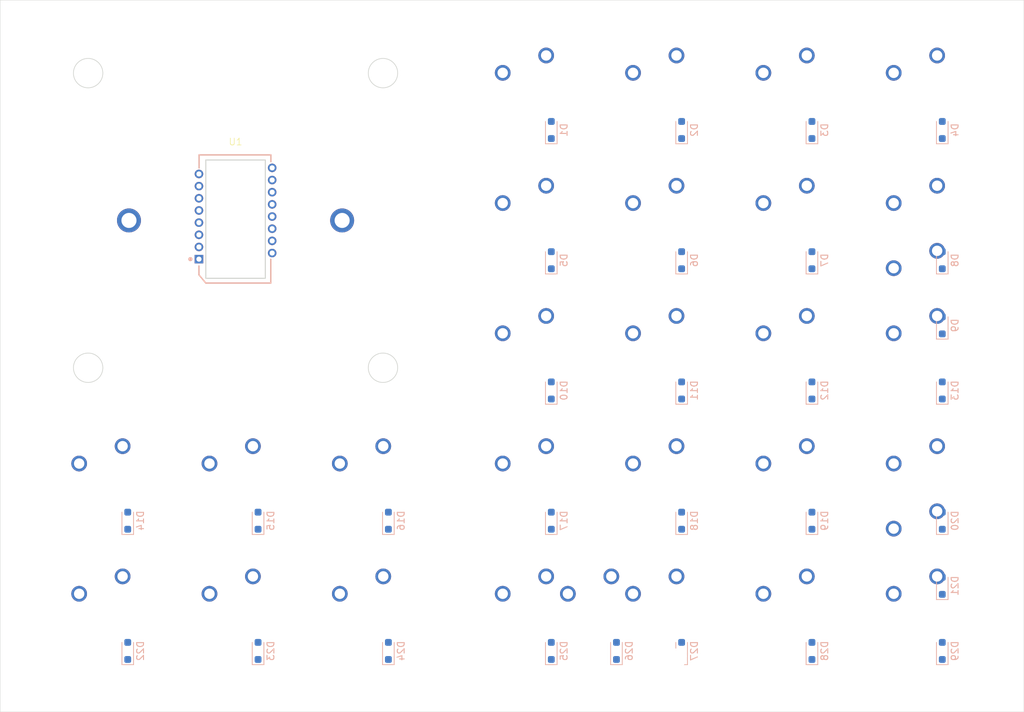
<source format=kicad_pcb>
(kicad_pcb (version 20241229) (generator "pcbnew") (generator_version "9.0")
  (layers (0 "F.Cu" signal) (2 "B.Cu" signal) (13 "F.Paste" user) (15 "B.Paste" user) (5 "F.SilkS" user "F.Silkscreen") (7 "B.SilkS" user "B.Silkscreen") (1 "F.Mask" user) (3 "B.Mask" user) (25 "Edge.Cuts" user))
  (net 0 "")
  (net 2 "Net-(D1-A)")
  (net 3 "Net-(D2-A)")
  (net 5 "Net-(D3-A)")
  (net 7 "Net-(D4-A)")
  (net 10 "Net-(D5-A)")
  (net 11 "Net-(D6-A)")
  (net 14 "Net-(D7-A)")
  (net 15 "Net-(D8-A)")
  (net 18 "Net-(D9-A)")
  (net 20 "Net-(D10-A)")
  (net 21 "Net-(D11-A)")
  (net 23 "Net-(D12-A)")
  (net 26 "Net-(D13-A)")
  (net 27 "Net-(D14-A)")
  (net 29 "Net-(D15-A)")
  (net 32 "Net-(D16-A)")
  (net 33 "Net-(D17-A)")
  (net 35 "Net-(D18-A)")
  (net 38 "Net-(D19-A)")
  (net 39 "Net-(D20-A)")
  (net 42 "Net-(D21-A)")
  (net 43 "Net-(D22-A)")
  (net 46 "Net-(D23-A)")
  (net 47 "Net-(D24-A)")
  (net 49 "Net-(D25-A)")
  (net 51 "Net-(D26-A)")
  (net 54 "Net-(D27-A)")
  (net 55 "Net-(D28-A)")
  (net 58 "Net-(D29-A)")
  (footprint "My-Fi Footprints:SW_MX_1u" (layer "F.Cu") (at 161.56 47.94)
    (property "Reference" "MX5" (hide yes))
    (property "Value" "MX_SW_solder")
    (pad "" np_thru_hole circle (at -5.08 0) (size 1.7 1.7) (drill 1.7) (layers "*.Cu" "*.Mask"))
    (pad "" np_thru_hole circle (at 0 0) (size 3.9878 3.9878) (drill 3.9878) (layers "*.Cu" "*.Mask"))
    (pad "" np_thru_hole circle (at 5.08 0) (size 1.7 1.7) (drill 1.7) (layers "*.Cu" "*.Mask"))
    (pad "1" thru_hole circle (at -3.81 -2.54) (size 2.3 2.3) (drill 1.524) (layers "*.Cu" "B.Mask"))
    (pad "2" thru_hole circle (at 2.54 -5.08) (size 2.3 2.3) (drill 1.524) (layers "*.Cu" "B.Mask") (net 10 "Net-(D5-A)"))
  )
  (footprint "My-Fi Footprints:SW_MX_1u" (layer "F.Cu") (at 161.56 28.89)
    (property "Reference" "MX1" (hide yes))
    (property "Value" "MX_SW_solder")
    (pad "" np_thru_hole circle (at -5.08 0) (size 1.7 1.7) (drill 1.7) (layers "*.Cu" "*.Mask"))
    (pad "" np_thru_hole circle (at 0 0) (size 3.9878 3.9878) (drill 3.9878) (layers "*.Cu" "*.Mask"))
    (pad "" np_thru_hole circle (at 5.08 0) (size 1.7 1.7) (drill 1.7) (layers "*.Cu" "*.Mask"))
    (pad "1" thru_hole circle (at -3.81 -2.54) (size 2.3 2.3) (drill 1.524) (layers "*.Cu" "B.Mask"))
    (pad "2" thru_hole circle (at 2.54 -5.08) (size 2.3 2.3) (drill 1.524) (layers "*.Cu" "B.Mask") (net 2 "Net-(D1-A)"))
  )
  (footprint "My-Fi Footprints:SW_MX_1u" (layer "F.Cu") (at 99.6475 86.04)
    (property "Reference" "MX14" (hide yes))
    (property "Value" "MX_SW_solder")
    (pad "" np_thru_hole circle (at -5.08 0) (size 1.7 1.7) (drill 1.7) (layers "*.Cu" "*.Mask"))
    (pad "" np_thru_hole circle (at 0 0) (size 3.9878 3.9878) (drill 3.9878) (layers "*.Cu" "*.Mask"))
    (pad "" np_thru_hole circle (at 5.08 0) (size 1.7 1.7) (drill 1.7) (layers "*.Cu" "*.Mask"))
    (pad "1" thru_hole circle (at -3.81 -2.54) (size 2.3 2.3) (drill 1.524) (layers "*.Cu" "B.Mask"))
    (pad "2" thru_hole circle (at 2.54 -5.08) (size 2.3 2.3) (drill 1.524) (layers "*.Cu" "B.Mask") (net 27 "Net-(D14-A)"))
  )
  (footprint "My-Fi Footprints:SW_MX_1u" (layer "F.Cu") (at 137.7475 86.04)
    (property "Reference" "MX16" (hide yes))
    (property "Value" "MX_SW_solder")
    (pad "" np_thru_hole circle (at -5.08 0) (size 1.7 1.7) (drill 1.7) (layers "*.Cu" "*.Mask"))
    (pad "" np_thru_hole circle (at 0 0) (size 3.9878 3.9878) (drill 3.9878) (layers "*.Cu" "*.Mask"))
    (pad "" np_thru_hole circle (at 5.08 0) (size 1.7 1.7) (drill 1.7) (layers "*.Cu" "*.Mask"))
    (pad "1" thru_hole circle (at -3.81 -2.54) (size 2.3 2.3) (drill 1.524) (layers "*.Cu" "B.Mask"))
    (pad "2" thru_hole circle (at 2.54 -5.08) (size 2.3 2.3) (drill 1.524) (layers "*.Cu" "B.Mask") (net 32 "Net-(D16-A)"))
  )
  (footprint "My-Fi Footprints:SW_MX_1u" (layer "F.Cu") (at 180.61 105.09)
    (property "Reference" "MX27" (hide yes))
    (property "Value" "MX_SW_solder")
    (pad "" np_thru_hole circle (at -5.08 0) (size 1.7 1.7) (drill 1.7) (layers "*.Cu" "*.Mask"))
    (pad "" np_thru_hole circle (at 0 0) (size 3.9878 3.9878) (drill 3.9878) (layers "*.Cu" "*.Mask"))
    (pad "" np_thru_hole circle (at 5.08 0) (size 1.7 1.7) (drill 1.7) (layers "*.Cu" "*.Mask"))
    (pad "1" thru_hole circle (at -3.81 -2.54) (size 2.3 2.3) (drill 1.524) (layers "*.Cu" "B.Mask"))
    (pad "2" thru_hole circle (at 2.54 -5.08) (size 2.3 2.3) (drill 1.524) (layers "*.Cu" "B.Mask") (net 54 "Net-(D27-A)"))
  )
  (footprint "My-Fi Footprints:TrackballHolder_34mm" (layer "F.Cu") (at 118.6975 47.94)
    (property "Reference" "U1" (at 0 -11.5 0) (layer "F.SilkS") (effects (font (thickness 0.1))))
    (property "Value" "PMW3360DM-T2QU")
    (fp_line (start -5.35 7.96) (end -5.35 6.66) (stroke (width 0.2)) (layer "B.SilkS"))
    (fp_line (start -5.334 -9.5852) (end 5.166 -9.5852) (stroke (width 0.2)) (layer "B.SilkS"))
    (fp_line (start -5.334 -7.6708) (end -5.334 -9.5852) (stroke (width 0.2)) (layer "B.SilkS"))
    (fp_line (start -4.35 9.16) (end -5.35 7.96) (stroke (width 0.2)) (layer "B.SilkS"))
    (fp_line (start 5.15 5.66) (end 5.15 9.16) (stroke (width 0.2)) (layer "B.SilkS"))
    (fp_line (start 5.15 9.16) (end -4.35 9.16) (stroke (width 0.2)) (layer "B.SilkS"))
    (fp_line (start 5.166 -8.5852) (end 5.166 -9.5852) (stroke (width 0.2)) (layer "B.SilkS"))
    (fp_circle (center -6.604 5.66) (end -6.604 5.66) (stroke (width 0.61)) (fill yes) (layer "B.SilkS"))
    (fp_rect (start -4.35 -8.84) (end 4.35 8.46) (stroke (width 0.15)) (fill no) (layer "Edge.Cuts"))
    (fp_circle (center -21.5495 -21.5495) (end -19.3995 -21.5495) (stroke (width 0.1)) (fill no) (layer "Edge.Cuts"))
    (fp_circle (center -21.5495 21.5495) (end -19.3995 21.5495) (stroke (width 0.1)) (fill no) (layer "Edge.Cuts"))
    (fp_circle (center 21.5495 -21.5495) (end 23.6995 -21.5495) (stroke (width 0.1)) (fill no) (layer "Edge.Cuts"))
    (fp_circle (center 21.5495 21.5495) (end 23.6995 21.5495) (stroke (width 0.1)) (fill no) (layer "Edge.Cuts"))
    (pad "1" thru_hole rect (at -5.35 5.66 270) (size 1.25 1.25) (drill 0.75) (layers "*.Cu" "*.Mask"))
    (pad "2" thru_hole oval (at -5.35 3.88 270) (size 1.25 1.25) (drill 0.75) (layers "*.Cu" "*.Mask"))
    (pad "3" thru_hole oval (at -5.35 2.1 270) (size 1.25 1.25) (drill 0.75) (layers "*.Cu" "*.Mask"))
    (pad "4" thru_hole oval (at -5.35 0.32 270) (size 1.25 1.25) (drill 0.75) (layers "*.Cu" "*.Mask"))
    (pad "5" thru_hole oval (at -5.35 -1.46 270) (size 1.25 1.25) (drill 0.75) (layers "*.Cu" "*.Mask"))
    (pad "6" thru_hole oval (at -5.35 -3.24 270) (size 1.25 1.25) (drill 0.75) (layers "*.Cu" "*.Mask"))
    (pad "7" thru_hole oval (at -5.35 -5.02 270) (size 1.25 1.25) (drill 0.75) (layers "*.Cu" "*.Mask"))
    (pad "8" thru_hole oval (at -5.35 -6.8 270) (size 1.25 1.25) (drill 0.75) (layers "*.Cu" "*.Mask"))
    (pad "9" thru_hole oval (at 5.35 -7.69 270) (size 1.25 1.25) (drill 0.75) (layers "*.Cu" "*.Mask"))
    (pad "10" thru_hole oval (at 5.35 -5.91 270) (size 1.25 1.25) (drill 0.75) (layers "*.Cu" "*.Mask"))
    (pad "11" thru_hole oval (at 5.35 -4.13 270) (size 1.25 1.25) (drill 0.75) (layers "*.Cu" "*.Mask"))
    (pad "12" thru_hole oval (at 5.35 -2.35 270) (size 1.25 1.25) (drill 0.75) (layers "*.Cu" "*.Mask"))
    (pad "13" thru_hole oval (at 5.35 -0.57 270) (size 1.25 1.25) (drill 0.75) (layers "*.Cu" "*.Mask"))
    (pad "14" thru_hole oval (at 5.35 1.21 270) (size 1.25 1.25) (drill 0.75) (layers "*.Cu" "*.Mask"))
    (pad "15" thru_hole oval (at 5.35 2.99 270) (size 1.25 1.25) (drill 0.75) (layers "*.Cu" "*.Mask"))
    (pad "16" thru_hole oval (at 5.35 4.77 270) (size 1.25 1.25) (drill 0.75) (layers "*.Cu" "*.Mask"))
    (pad "17" thru_hole circle (at -15.5805 0) (size 3.5 3.5) (drill 2.2) (layers "*.Cu" "*.Mask"))
    (pad "18" thru_hole circle (at 15.5805 0) (size 3.5 3.5) (drill 2.2) (layers "*.Cu" "*.Mask"))
  )
  (footprint "My-Fi Footprints:SW_MX_1u" (layer "F.Cu") (at 218.71 105.09)
    (property "Reference" "MX29" (hide yes))
    (property "Value" "MX_SW_solder")
    (pad "" np_thru_hole circle (at -5.08 0) (size 1.7 1.7) (drill 1.7) (layers "*.Cu" "*.Mask"))
    (pad "" np_thru_hole circle (at 0 0) (size 3.9878 3.9878) (drill 3.9878) (layers "*.Cu" "*.Mask"))
    (pad "" np_thru_hole circle (at 5.08 0) (size 1.7 1.7) (drill 1.7) (layers "*.Cu" "*.Mask"))
    (pad "1" thru_hole circle (at -3.81 -2.54) (size 2.3 2.3) (drill 1.524) (layers "*.Cu" "B.Mask"))
    (pad "2" thru_hole circle (at 2.54 -5.08) (size 2.3 2.3) (drill 1.524) (layers "*.Cu" "B.Mask") (net 58 "Net-(D29-A)"))
  )
  (footprint "My-Fi Footprints:SW_MX_1u" (layer "F.Cu") (at 118.6975 86.04)
    (property "Reference" "MX15" (hide yes))
    (property "Value" "MX_SW_solder")
    (pad "" np_thru_hole circle (at -5.08 0) (size 1.7 1.7) (drill 1.7) (layers "*.Cu" "*.Mask"))
    (pad "" np_thru_hole circle (at 0 0) (size 3.9878 3.9878) (drill 3.9878) (layers "*.Cu" "*.Mask"))
    (pad "" np_thru_hole circle (at 5.08 0) (size 1.7 1.7) (drill 1.7) (layers "*.Cu" "*.Mask"))
    (pad "1" thru_hole circle (at -3.81 -2.54) (size 2.3 2.3) (drill 1.524) (layers "*.Cu" "B.Mask"))
    (pad "2" thru_hole circle (at 2.54 -5.08) (size 2.3 2.3) (drill 1.524) (layers "*.Cu" "B.Mask") (net 29 "Net-(D15-A)"))
  )
  (footprint "My-Fi Footprints:SW_MX_1u" (layer "F.Cu") (at 218.71 47.94)
    (property "Reference" "MX8" (hide yes))
    (property "Value" "MX_SW_solder")
    (pad "" np_thru_hole circle (at -5.08 0) (size 1.7 1.7) (drill 1.7) (layers "*.Cu" "*.Mask"))
    (pad "" np_thru_hole circle (at 0 0) (size 3.9878 3.9878) (drill 3.9878) (layers "*.Cu" "*.Mask"))
    (pad "" np_thru_hole circle (at 5.08 0) (size 1.7 1.7) (drill 1.7) (layers "*.Cu" "*.Mask"))
    (pad "1" thru_hole circle (at -3.81 -2.54) (size 2.3 2.3) (drill 1.524) (layers "*.Cu" "B.Mask"))
    (pad "2" thru_hole circle (at 2.54 -5.08) (size 2.3 2.3) (drill 1.524) (layers "*.Cu" "B.Mask") (net 15 "Net-(D8-A)"))
  )
  (footprint "My-Fi Footprints:STAB_MX_2u" (layer "F.Cu") (at 218.71 57.465 -90)
    (property "Reference" "S9" (hide yes))
    (property "Value" "MX_stab")
    (pad "" np_thru_hole circle (at -11.906251 8.255 270) (size 3.9878 3.9878) (drill 3.9878) (layers "*.Cu" "*.Mask"))
    (pad "" np_thru_hole circle (at -11.90625 -6.985 270) (size 3.048 3.048) (drill 3.048) (layers "*.Cu" "*.Mask"))
    (pad "" np_thru_hole circle (at 11.90625 -6.985 270) (size 3.048 3.048) (drill 3.048) (layers "*.Cu" "*.Mask"))
    (pad "" np_thru_hole circle (at 11.906251 8.255 270) (size 3.9878 3.9878) (drill 3.9878) (layers "*.Cu" "*.Mask"))
  )
  (footprint "My-Fi Footprints:SW_MX_1u" (layer "F.Cu") (at 218.71 66.99)
    (property "Reference" "MX13" (hide yes))
    (property "Value" "MX_SW_solder")
    (pad "" np_thru_hole circle (at -5.08 0) (size 1.7 1.7) (drill 1.7) (layers "*.Cu" "*.Mask"))
    (pad "" np_thru_hole circle (at 0 0) (size 3.9878 3.9878) (drill 3.9878) (layers "*.Cu" "*.Mask"))
    (pad "" np_thru_hole circle (at 5.08 0) (size 1.7 1.7) (drill 1.7) (layers "*.Cu" "*.Mask"))
    (pad "1" thru_hole circle (at -3.81 -2.54) (size 2.3 2.3) (drill 1.524) (layers "*.Cu" "B.Mask"))
    (pad "2" thru_hole circle (at 2.54 -5.08) (size 2.3 2.3) (drill 1.524) (layers "*.Cu" "B.Mask") (net 26 "Net-(D13-A)"))
  )
  (footprint "My-Fi Footprints:SW_MX_1u" (layer "F.Cu") (at 171.085 105.09)
    (property "Reference" "MX26" (hide yes))
    (property "Value" "MX_SW_solder")
    (pad "" np_thru_hole circle (at -5.08 0) (size 1.7 1.7) (drill 1.7) (layers "*.Cu" "*.Mask"))
    (pad "" np_thru_hole circle (at 0 0) (size 3.9878 3.9878) (drill 3.9878) (layers "*.Cu" "*.Mask"))
    (pad "" np_thru_hole circle (at 5.08 0) (size 1.7 1.7) (drill 1.7) (layers "*.Cu" "*.Mask"))
    (pad "1" thru_hole circle (at -3.81 -2.54) (size 2.3 2.3) (drill 1.524) (layers "*.Cu" "B.Mask"))
    (pad "2" thru_hole circle (at 2.54 -5.08) (size 2.3 2.3) (drill 1.524) (layers "*.Cu" "B.Mask") (net 51 "Net-(D26-A)"))
  )
  (footprint "My-Fi Footprints:SW_MX_1u" (layer "F.Cu") (at 99.6475 105.09)
    (property "Reference" "MX22" (hide yes))
    (property "Value" "MX_SW_solder")
    (pad "" np_thru_hole circle (at -5.08 0) (size 1.7 1.7) (drill 1.7) (layers "*.Cu" "*.Mask"))
    (pad "" np_thru_hole circle (at 0 0) (size 3.9878 3.9878) (drill 3.9878) (layers "*.Cu" "*.Mask"))
    (pad "" np_thru_hole circle (at 5.08 0) (size 1.7 1.7) (drill 1.7) (layers "*.Cu" "*.Mask"))
    (pad "1" thru_hole circle (at -3.81 -2.54) (size 2.3 2.3) (drill 1.524) (layers "*.Cu" "B.Mask"))
    (pad "2" thru_hole circle (at 2.54 -5.08) (size 2.3 2.3) (drill 1.524) (layers "*.Cu" "B.Mask") (net 43 "Net-(D22-A)"))
  )
  (footprint "My-Fi Footprints:SW_MX_1u" (layer "F.Cu") (at 161.56 86.04)
    (property "Reference" "MX17" (hide yes))
    (property "Value" "MX_SW_solder")
    (pad "" np_thru_hole circle (at -5.08 0) (size 1.7 1.7) (drill 1.7) (layers "*.Cu" "*.Mask"))
    (pad "" np_thru_hole circle (at 0 0) (size 3.9878 3.9878) (drill 3.9878) (layers "*.Cu" "*.Mask"))
    (pad "" np_thru_hole circle (at 5.08 0) (size 1.7 1.7) (drill 1.7) (layers "*.Cu" "*.Mask"))
    (pad "1" thru_hole circle (at -3.81 -2.54) (size 2.3 2.3) (drill 1.524) (layers "*.Cu" "B.Mask"))
    (pad "2" thru_hole circle (at 2.54 -5.08) (size 2.3 2.3) (drill 1.524) (layers "*.Cu" "B.Mask") (net 33 "Net-(D17-A)"))
  )
  (footprint "My-Fi Footprints:STAB_MX_2u" (layer "F.Cu") (at 218.71 95.565 -90)
    (property "Reference" "S21" (hide yes))
    (property "Value" "MX_stab")
    (pad "" np_thru_hole circle (at -11.906251 8.255 270) (size 3.9878 3.9878) (drill 3.9878) (layers "*.Cu" "*.Mask"))
    (pad "" np_thru_hole circle (at -11.90625 -6.985 270) (size 3.048 3.048) (drill 3.048) (layers "*.Cu" "*.Mask"))
    (pad "" np_thru_hole circle (at 11.90625 -6.985 270) (size 3.048 3.048) (drill 3.048) (layers "*.Cu" "*.Mask"))
    (pad "" np_thru_hole circle (at 11.906251 8.255 270) (size 3.9878 3.9878) (drill 3.9878) (layers "*.Cu" "*.Mask"))
  )
  (footprint "My-Fi Footprints:SW_MX_1u" (layer "F.Cu") (at 199.66 105.09)
    (property "Reference" "MX28" (hide yes))
    (property "Value" "MX_SW_solder")
    (pad "" np_thru_hole circle (at -5.08 0) (size 1.7 1.7) (drill 1.7) (layers "*.Cu" "*.Mask"))
    (pad "" np_thru_hole circle (at 0 0) (size 3.9878 3.9878) (drill 3.9878) (layers "*.Cu" "*.Mask"))
    (pad "" np_thru_hole circle (at 5.08 0) (size 1.7 1.7) (drill 1.7) (layers "*.Cu" "*.Mask"))
    (pad "1" thru_hole circle (at -3.81 -2.54) (size 2.3 2.3) (drill 1.524) (layers "*.Cu" "B.Mask"))
    (pad "2" thru_hole circle (at 2.54 -5.08) (size 2.3 2.3) (drill 1.524) (layers "*.Cu" "B.Mask") (net 55 "Net-(D28-A)"))
  )
  (footprint "My-Fi Footprints:SW_MX_1u" (layer "F.Cu") (at 199.66 47.94)
    (property "Reference" "MX7" (hide yes))
    (property "Value" "MX_SW_solder")
    (pad "" np_thru_hole circle (at -5.08 0) (size 1.7 1.7) (drill 1.7) (layers "*.Cu" "*.Mask"))
    (pad "" np_thru_hole circle (at 0 0) (size 3.9878 3.9878) (drill 3.9878) (layers "*.Cu" "*.Mask"))
    (pad "" np_thru_hole circle (at 5.08 0) (size 1.7 1.7) (drill 1.7) (layers "*.Cu" "*.Mask"))
    (pad "1" thru_hole circle (at -3.81 -2.54) (size 2.3 2.3) (drill 1.524) (layers "*.Cu" "B.Mask"))
    (pad "2" thru_hole circle (at 2.54 -5.08) (size 2.3 2.3) (drill 1.524) (layers "*.Cu" "B.Mask") (net 14 "Net-(D7-A)"))
  )
  (footprint "My-Fi Footprints:SW_MX_1u" (layer "F.Cu") (at 218.71 28.89)
    (property "Reference" "MX4" (hide yes))
    (property "Value" "MX_SW_solder")
    (pad "" np_thru_hole circle (at -5.08 0) (size 1.7 1.7) (drill 1.7) (layers "*.Cu" "*.Mask"))
    (pad "" np_thru_hole circle (at 0 0) (size 3.9878 3.9878) (drill 3.9878) (layers "*.Cu" "*.Mask"))
    (pad "" np_thru_hole circle (at 5.08 0) (size 1.7 1.7) (drill 1.7) (layers "*.Cu" "*.Mask"))
    (pad "1" thru_hole circle (at -3.81 -2.54) (size 2.3 2.3) (drill 1.524) (layers "*.Cu" "B.Mask"))
    (pad "2" thru_hole circle (at 2.54 -5.08) (size 2.3 2.3) (drill 1.524) (layers "*.Cu" "B.Mask") (net 7 "Net-(D4-A)"))
  )
  (footprint "My-Fi Footprints:SW_MX_1u" (layer "F.Cu") (at 199.66 86.04)
    (property "Reference" "MX19" (hide yes))
    (property "Value" "MX_SW_solder")
    (pad "" np_thru_hole circle (at -5.08 0) (size 1.7 1.7) (drill 1.7) (layers "*.Cu" "*.Mask"))
    (pad "" np_thru_hole circle (at 0 0) (size 3.9878 3.9878) (drill 3.9878) (layers "*.Cu" "*.Mask"))
    (pad "" np_thru_hole circle (at 5.08 0) (size 1.7 1.7) (drill 1.7) (layers "*.Cu" "*.Mask"))
    (pad "1" thru_hole circle (at -3.81 -2.54) (size 2.3 2.3) (drill 1.524) (layers "*.Cu" "B.Mask"))
    (pad "2" thru_hole circle (at 2.54 -5.08) (size 2.3 2.3) (drill 1.524) (layers "*.Cu" "B.Mask") (net 38 "Net-(D19-A)"))
  )
  (footprint "My-Fi Footprints:SW_MX_1u" (layer "F.Cu") (at 199.66 28.89)
    (property "Reference" "MX3" (hide yes))
    (property "Value" "MX_SW_solder")
    (pad "" np_thru_hole circle (at -5.08 0) (size 1.7 1.7) (drill 1.7) (layers "*.Cu" "*.Mask"))
    (pad "" np_thru_hole circle (at 0 0) (size 3.9878 3.9878) (drill 3.9878) (layers "*.Cu" "*.Mask"))
    (pad "" np_thru_hole circle (at 5.08 0) (size 1.7 1.7) (drill 1.7) (layers "*.Cu" "*.Mask"))
    (pad "1" thru_hole circle (at -3.81 -2.54) (size 2.3 2.3) (drill 1.524) (layers "*.Cu" "B.Mask"))
    (pad "2" thru_hole circle (at 2.54 -5.08) (size 2.3 2.3) (drill 1.524) (layers "*.Cu" "B.Mask") (net 5 "Net-(D3-A)"))
  )
  (footprint "My-Fi Footprints:SW_MX_1u" (layer "F.Cu") (at 137.7475 105.09)
    (property "Reference" "MX24" (hide yes))
    (property "Value" "MX_SW_solder")
    (pad "" np_thru_hole circle (at -5.08 0) (size 1.7 1.7) (drill 1.7) (layers "*.Cu" "*.Mask"))
    (pad "" np_thru_hole circle (at 0 0) (size 3.9878 3.9878) (drill 3.9878) (layers "*.Cu" "*.Mask"))
    (pad "" np_thru_hole circle (at 5.08 0) (size 1.7 1.7) (drill 1.7) (layers "*.Cu" "*.Mask"))
    (pad "1" thru_hole circle (at -3.81 -2.54) (size 2.3 2.3) (drill 1.524) (layers "*.Cu" "B.Mask"))
    (pad "2" thru_hole circle (at 2.54 -5.08) (size 2.3 2.3) (drill 1.524) (layers "*.Cu" "B.Mask") (net 47 "Net-(D24-A)"))
  )
  (footprint "My-Fi Footprints:SW_MX_1u" (layer "F.Cu") (at 218.71 95.565)
    (property "Reference" "MX21" (hide yes))
    (property "Value" "MX_SW_solder")
    (pad "" np_thru_hole circle (at -5.08 0) (size 1.7 1.7) (drill 1.7) (layers "*.Cu" "*.Mask"))
    (pad "" np_thru_hole circle (at 0 0) (size 3.9878 3.9878) (drill 3.9878) (layers "*.Cu" "*.Mask"))
    (pad "" np_thru_hole circle (at 5.08 0) (size 1.7 1.7) (drill 1.7) (layers "*.Cu" "*.Mask"))
    (pad "1" thru_hole circle (at -3.81 -2.54) (size 2.3 2.3) (drill 1.524) (layers "*.Cu" "B.Mask"))
    (pad "2" thru_hole circle (at 2.54 -5.08) (size 2.3 2.3) (drill 1.524) (layers "*.Cu" "B.Mask") (net 42 "Net-(D21-A)"))
  )
  (footprint "My-Fi Footprints:SW_MX_1u" (layer "F.Cu") (at 180.61 86.04)
    (property "Reference" "MX18" (hide yes))
    (property "Value" "MX_SW_solder")
    (pad "" np_thru_hole circle (at -5.08 0) (size 1.7 1.7) (drill 1.7) (layers "*.Cu" "*.Mask"))
    (pad "" np_thru_hole circle (at 0 0) (size 3.9878 3.9878) (drill 3.9878) (layers "*.Cu" "*.Mask"))
    (pad "" np_thru_hole circle (at 5.08 0) (size 1.7 1.7) (drill 1.7) (layers "*.Cu" "*.Mask"))
    (pad "1" thru_hole circle (at -3.81 -2.54) (size 2.3 2.3) (drill 1.524) (layers "*.Cu" "B.Mask"))
    (pad "2" thru_hole circle (at 2.54 -5.08) (size 2.3 2.3) (drill 1.524) (layers "*.Cu" "B.Mask") (net 35 "Net-(D18-A)"))
  )
  (footprint "My-Fi Footprints:SW_MX_1u" (layer "F.Cu") (at 218.71 86.04)
    (property "Reference" "MX20" (hide yes))
    (property "Value" "MX_SW_solder")
    (pad "" np_thru_hole circle (at -5.08 0) (size 1.7 1.7) (drill 1.7) (layers "*.Cu" "*.Mask"))
    (pad "" np_thru_hole circle (at 0 0) (size 3.9878 3.9878) (drill 3.9878) (layers "*.Cu" "*.Mask"))
    (pad "" np_thru_hole circle (at 5.08 0) (size 1.7 1.7) (drill 1.7) (layers "*.Cu" "*.Mask"))
    (pad "1" thru_hole circle (at -3.81 -2.54) (size 2.3 2.3) (drill 1.524) (layers "*.Cu" "B.Mask"))
    (pad "2" thru_hole circle (at 2.54 -5.08) (size 2.3 2.3) (drill 1.524) (layers "*.Cu" "B.Mask") (net 39 "Net-(D20-A)"))
  )
  (footprint "My-Fi Footprints:SW_MX_1u" (layer "F.Cu") (at 199.66 66.99)
    (property "Reference" "MX12" (hide yes))
    (property "Value" "MX_SW_solder")
    (pad "" np_thru_hole circle (at -5.08 0) (size 1.7 1.7) (drill 1.7) (layers "*.Cu" "*.Mask"))
    (pad "" np_thru_hole circle (at 0 0) (size 3.9878 3.9878) (drill 3.9878) (layers "*.Cu" "*.Mask"))
    (pad "" np_thru_hole circle (at 5.08 0) (size 1.7 1.7) (drill 1.7) (layers "*.Cu" "*.Mask"))
    (pad "1" thru_hole circle (at -3.81 -2.54) (size 2.3 2.3) (drill 1.524) (layers "*.Cu" "B.Mask"))
    (pad "2" thru_hole circle (at 2.54 -5.08) (size 2.3 2.3) (drill 1.524) (layers "*.Cu" "B.Mask") (net 23 "Net-(D12-A)"))
  )
  (footprint "My-Fi Footprints:SW_MX_1u" (layer "F.Cu") (at 118.6975 105.09)
    (property "Reference" "MX23" (hide yes))
    (property "Value" "MX_SW_solder")
    (pad "" np_thru_hole circle (at -5.08 0) (size 1.7 1.7) (drill 1.7) (layers "*.Cu" "*.Mask"))
    (pad "" np_thru_hole circle (at 0 0) (size 3.9878 3.9878) (drill 3.9878) (layers "*.Cu" "*.Mask"))
    (pad "" np_thru_hole circle (at 5.08 0) (size 1.7 1.7) (drill 1.7) (layers "*.Cu" "*.Mask"))
    (pad "1" thru_hole circle (at -3.81 -2.54) (size 2.3 2.3) (drill 1.524) (layers "*.Cu" "B.Mask"))
    (pad "2" thru_hole circle (at 2.54 -5.08) (size 2.3 2.3) (drill 1.524) (layers "*.Cu" "B.Mask") (net 46 "Net-(D23-A)"))
  )
  (footprint "My-Fi Footprints:STAB_MX_2u" (layer "F.Cu") (at 171.085 105.09 180)
    (property "Reference" "S26" (hide yes))
    (property "Value" "MX_stab")
    (pad "" np_thru_hole circle (at -11.906251 8.255 180) (size 3.9878 3.9878) (drill 3.9878) (layers "*.Cu" "*.Mask"))
    (pad "" np_thru_hole circle (at -11.90625 -6.985 180) (size 3.048 3.048) (drill 3.048) (layers "*.Cu" "*.Mask"))
    (pad "" np_thru_hole circle (at 11.90625 -6.985 180) (size 3.048 3.048) (drill 3.048) (layers "*.Cu" "*.Mask"))
    (pad "" np_thru_hole circle (at 11.906251 8.255 180) (size 3.9878 3.9878) (drill 3.9878) (layers "*.Cu" "*.Mask"))
  )
  (footprint "My-Fi Footprints:SW_MX_1u" (layer "F.Cu") (at 180.61 28.89)
    (property "Reference" "MX2" (hide yes))
    (property "Value" "MX_SW_solder")
    (pad "" np_thru_hole circle (at -5.08 0) (size 1.7 1.7) (drill 1.7) (layers "*.Cu" "*.Mask"))
    (pad "" np_thru_hole circle (at 0 0) (size 3.9878 3.9878) (drill 3.9878) (layers "*.Cu" "*.Mask"))
    (pad "" np_thru_hole circle (at 5.08 0) (size 1.7 1.7) (drill 1.7) (layers "*.Cu" "*.Mask"))
    (pad "1" thru_hole circle (at -3.81 -2.54) (size 2.3 2.3) (drill 1.524) (layers "*.Cu" "B.Mask"))
    (pad "2" thru_hole circle (at 2.54 -5.08) (size 2.3 2.3) (drill 1.524) (layers "*.Cu" "B.Mask") (net 3 "Net-(D2-A)"))
  )
  (footprint "My-Fi Footprints:SW_MX_1u" (layer "F.Cu") (at 161.56 105.09)
    (property "Reference" "MX25" (hide yes))
    (property "Value" "MX_SW_solder")
    (pad "" np_thru_hole circle (at -5.08 0) (size 1.7 1.7) (drill 1.7) (layers "*.Cu" "*.Mask"))
    (pad "" np_thru_hole circle (at 0 0) (size 3.9878 3.9878) (drill 3.9878) (layers "*.Cu" "*.Mask"))
    (pad "" np_thru_hole circle (at 5.08 0) (size 1.7 1.7) (drill 1.7) (layers "*.Cu" "*.Mask"))
    (pad "1" thru_hole circle (at -3.81 -2.54) (size 2.3 2.3) (drill 1.524) (layers "*.Cu" "B.Mask"))
    (pad "2" thru_hole circle (at 2.54 -5.08) (size 2.3 2.3) (drill 1.524) (layers "*.Cu" "B.Mask") (net 49 "Net-(D25-A)"))
  )
  (footprint "My-Fi Footprints:SW_MX_1u" (layer "F.Cu") (at 180.61 47.94)
    (property "Reference" "MX6" (hide yes))
    (property "Value" "MX_SW_solder")
    (pad "" np_thru_hole circle (at -5.08 0) (size 1.7 1.7) (drill 1.7) (layers "*.Cu" "*.Mask"))
    (pad "" np_thru_hole circle (at 0 0) (size 3.9878 3.9878) (drill 3.9878) (layers "*.Cu" "*.Mask"))
    (pad "" np_thru_hole circle (at 5.08 0) (size 1.7 1.7) (drill 1.7) (layers "*.Cu" "*.Mask"))
    (pad "1" thru_hole circle (at -3.81 -2.54) (size 2.3 2.3) (drill 1.524) (layers "*.Cu" "B.Mask"))
    (pad "2" thru_hole circle (at 2.54 -5.08) (size 2.3 2.3) (drill 1.524) (layers "*.Cu" "B.Mask") (net 11 "Net-(D6-A)"))
  )
  (footprint "My-Fi Footprints:SW_MX_1u" (layer "F.Cu") (at 161.56 66.99)
    (property "Reference" "MX10" (hide yes))
    (property "Value" "MX_SW_solder")
    (pad "" np_thru_hole circle (at -5.08 0) (size 1.7 1.7) (drill 1.7) (layers "*.Cu" "*.Mask"))
    (pad "" np_thru_hole circle (at 0 0) (size 3.9878 3.9878) (drill 3.9878) (layers "*.Cu" "*.Mask"))
    (pad "" np_thru_hole circle (at 5.08 0) (size 1.7 1.7) (drill 1.7) (layers "*.Cu" "*.Mask"))
    (pad "1" thru_hole circle (at -3.81 -2.54) (size 2.3 2.3) (drill 1.524) (layers "*.Cu" "B.Mask"))
    (pad "2" thru_hole circle (at 2.54 -5.08) (size 2.3 2.3) (drill 1.524) (layers "*.Cu" "B.Mask") (net 20 "Net-(D10-A)"))
  )
  (footprint "My-Fi Footprints:SW_MX_1u" (layer "F.Cu") (at 218.71 57.465)
    (property "Reference" "MX9" (hide yes))
    (property "Value" "MX_SW_solder")
    (pad "" np_thru_hole circle (at -5.08 0) (size 1.7 1.7) (drill 1.7) (layers "*.Cu" "*.Mask"))
    (pad "" np_thru_hole circle (at 0 0) (size 3.9878 3.9878) (drill 3.9878) (layers "*.Cu" "*.Mask"))
    (pad "" np_thru_hole circle (at 5.08 0) (size 1.7 1.7) (drill 1.7) (layers "*.Cu" "*.Mask"))
    (pad "1" thru_hole circle (at -3.81 -2.54) (size 2.3 2.3) (drill 1.524) (layers "*.Cu" "B.Mask"))
    (pad "2" thru_hole circle (at 2.54 -5.08) (size 2.3 2.3) (drill 1.524) (layers "*.Cu" "B.Mask") (net 18 "Net-(D9-A)"))
  )
  (footprint "My-Fi Footprints:SW_MX_1u" (layer "F.Cu") (at 180.61 66.99)
    (property "Reference" "MX11" (hide yes))
    (property "Value" "MX_SW_solder")
    (pad "" np_thru_hole circle (at -5.08 0) (size 1.7 1.7) (drill 1.7) (layers "*.Cu" "*.Mask"))
    (pad "" np_thru_hole circle (at 0 0) (size 3.9878 3.9878) (drill 3.9878) (layers "*.Cu" "*.Mask"))
    (pad "" np_thru_hole circle (at 5.08 0) (size 1.7 1.7) (drill 1.7) (layers "*.Cu" "*.Mask"))
    (pad "1" thru_hole circle (at -3.81 -2.54) (size 2.3 2.3) (drill 1.524) (layers "*.Cu" "B.Mask"))
    (pad "2" thru_hole circle (at 2.54 -5.08) (size 2.3 2.3) (drill 1.524) (layers "*.Cu" "B.Mask") (net 21 "Net-(D11-A)"))
  )
  (footprint "Diode_SMD:D_SOD-323_HandSoldering" (layer "B.Cu") (at 141.0375 110.91 90)
    (property "Reference" "D24" (at 0 1.85 270) (layer "B.SilkS") (effects (justify mirror)))
    (property "Value" "1N4148")
    (fp_line (start -2.01 -0.85) (end 1.25 -0.85) (stroke (width 0.12)) (layer "B.SilkS"))
    (fp_line (start -2.01 0.85) (end -2.01 -0.85) (stroke (width 0.12)) (layer "B.SilkS"))
    (fp_line (start -2.01 0.85) (end 1.25 0.85) (stroke (width 0.12)) (layer "B.SilkS"))
    (pad "1" smd roundrect (at -1.25 0 90) (size 1 1) (layers "B.Cu" "B.Mask" "B.Paste"))
    (pad "2" smd roundrect (at 1.25 0 90) (size 1 1) (layers "B.Cu" "B.Mask" "B.Paste") (net 47 "Net-(D24-A)"))
  )
  (footprint "Diode_SMD:D_SOD-323_HandSoldering" (layer "B.Cu") (at 222 91.86 90)
    (property "Reference" "D20" (at 0 1.85 270) (layer "B.SilkS") (effects (justify mirror)))
    (property "Value" "1N4148")
    (fp_line (start -2.01 -0.85) (end 1.25 -0.85) (stroke (width 0.12)) (layer "B.SilkS"))
    (fp_line (start -2.01 0.85) (end -2.01 -0.85) (stroke (width 0.12)) (layer "B.SilkS"))
    (fp_line (start -2.01 0.85) (end 1.25 0.85) (stroke (width 0.12)) (layer "B.SilkS"))
    (pad "1" smd roundrect (at -1.25 0 90) (size 1 1) (layers "B.Cu" "B.Mask" "B.Paste"))
    (pad "2" smd roundrect (at 1.25 0 90) (size 1 1) (layers "B.Cu" "B.Mask" "B.Paste") (net 39 "Net-(D20-A)"))
  )
  (footprint "Diode_SMD:D_SOD-323_HandSoldering" (layer "B.Cu") (at 102.9375 91.86 90)
    (property "Reference" "D14" (at 0 1.85 270) (layer "B.SilkS") (effects (justify mirror)))
    (property "Value" "1N4148")
    (fp_line (start -2.01 -0.85) (end 1.25 -0.85) (stroke (width 0.12)) (layer "B.SilkS"))
    (fp_line (start -2.01 0.85) (end -2.01 -0.85) (stroke (width 0.12)) (layer "B.SilkS"))
    (fp_line (start -2.01 0.85) (end 1.25 0.85) (stroke (width 0.12)) (layer "B.SilkS"))
    (pad "1" smd roundrect (at -1.25 0 90) (size 1 1) (layers "B.Cu" "B.Mask" "B.Paste"))
    (pad "2" smd roundrect (at 1.25 0 90) (size 1 1) (layers "B.Cu" "B.Mask" "B.Paste") (net 27 "Net-(D14-A)"))
  )
  (footprint "Diode_SMD:D_SOD-323_HandSoldering" (layer "B.Cu") (at 183.9 53.76 90)
    (property "Reference" "D6" (at 0 1.85 270) (layer "B.SilkS") (effects (justify mirror)))
    (property "Value" "1N4148")
    (fp_line (start -2.01 -0.85) (end 1.25 -0.85) (stroke (width 0.12)) (layer "B.SilkS"))
    (fp_line (start -2.01 0.85) (end -2.01 -0.85) (stroke (width 0.12)) (layer "B.SilkS"))
    (fp_line (start -2.01 0.85) (end 1.25 0.85) (stroke (width 0.12)) (layer "B.SilkS"))
    (pad "1" smd roundrect (at -1.25 0 90) (size 1 1) (layers "B.Cu" "B.Mask" "B.Paste"))
    (pad "2" smd roundrect (at 1.25 0 90) (size 1 1) (layers "B.Cu" "B.Mask" "B.Paste") (net 11 "Net-(D6-A)"))
  )
  (footprint "Diode_SMD:D_SOD-323_HandSoldering" (layer "B.Cu") (at 222 63.285 90)
    (property "Reference" "D9" (at 0 1.85 270) (layer "B.SilkS") (effects (justify mirror)))
    (property "Value" "1N4148")
    (fp_line (start -2.01 -0.85) (end 1.25 -0.85) (stroke (width 0.12)) (layer "B.SilkS"))
    (fp_line (start -2.01 0.85) (end -2.01 -0.85) (stroke (width 0.12)) (layer "B.SilkS"))
    (fp_line (start -2.01 0.85) (end 1.25 0.85) (stroke (width 0.12)) (layer "B.SilkS"))
    (pad "1" smd roundrect (at -1.25 0 90) (size 1 1) (layers "B.Cu" "B.Mask" "B.Paste"))
    (pad "2" smd roundrect (at 1.25 0 90) (size 1 1) (layers "B.Cu" "B.Mask" "B.Paste") (net 18 "Net-(D9-A)"))
  )
  (footprint "Diode_SMD:D_SOD-323_HandSoldering" (layer "B.Cu") (at 174.375 110.91 90)
    (property "Reference" "D26" (at 0 1.85 270) (layer "B.SilkS") (effects (justify mirror)))
    (property "Value" "1N4148")
    (fp_line (start -2.01 -0.85) (end 1.25 -0.85) (stroke (width 0.12)) (layer "B.SilkS"))
    (fp_line (start -2.01 0.85) (end -2.01 -0.85) (stroke (width 0.12)) (layer "B.SilkS"))
    (fp_line (start -2.01 0.85) (end 1.25 0.85) (stroke (width 0.12)) (layer "B.SilkS"))
    (pad "1" smd roundrect (at -1.25 0 90) (size 1 1) (layers "B.Cu" "B.Mask" "B.Paste"))
    (pad "2" smd roundrect (at 1.25 0 90) (size 1 1) (layers "B.Cu" "B.Mask" "B.Paste") (net 51 "Net-(D26-A)"))
  )
  (footprint "Diode_SMD:D_SOD-323_HandSoldering" (layer "B.Cu") (at 183.9 72.81 90)
    (property "Reference" "D11" (at 0 1.85 270) (layer "B.SilkS") (effects (justify mirror)))
    (property "Value" "1N4148")
    (fp_line (start -2.01 -0.85) (end 1.25 -0.85) (stroke (width 0.12)) (layer "B.SilkS"))
    (fp_line (start -2.01 0.85) (end -2.01 -0.85) (stroke (width 0.12)) (layer "B.SilkS"))
    (fp_line (start -2.01 0.85) (end 1.25 0.85) (stroke (width 0.12)) (layer "B.SilkS"))
    (pad "1" smd roundrect (at -1.25 0 90) (size 1 1) (layers "B.Cu" "B.Mask" "B.Paste"))
    (pad "2" smd roundrect (at 1.25 0 90) (size 1 1) (layers "B.Cu" "B.Mask" "B.Paste") (net 21 "Net-(D11-A)"))
  )
  (footprint "Diode_SMD:D_SOD-323_HandSoldering" (layer "B.Cu") (at 222 72.81 90)
    (property "Reference" "D13" (at 0 1.85 270) (layer "B.SilkS") (effects (justify mirror)))
    (property "Value" "1N4148")
    (fp_line (start -2.01 -0.85) (end 1.25 -0.85) (stroke (width 0.12)) (layer "B.SilkS"))
    (fp_line (start -2.01 0.85) (end -2.01 -0.85) (stroke (width 0.12)) (layer "B.SilkS"))
    (fp_line (start -2.01 0.85) (end 1.25 0.85) (stroke (width 0.12)) (layer "B.SilkS"))
    (pad "1" smd roundrect (at -1.25 0 90) (size 1 1) (layers "B.Cu" "B.Mask" "B.Paste"))
    (pad "2" smd roundrect (at 1.25 0 90) (size 1 1) (layers "B.Cu" "B.Mask" "B.Paste") (net 26 "Net-(D13-A)"))
  )
  (footprint "Diode_SMD:D_SOD-323_HandSoldering" (layer "B.Cu") (at 183.9 34.71 90)
    (property "Reference" "D2" (at 0 1.85 270) (layer "B.SilkS") (effects (justify mirror)))
    (property "Value" "1N4148")
    (fp_line (start -2.01 -0.85) (end 1.25 -0.85) (stroke (width 0.12)) (layer "B.SilkS"))
    (fp_line (start -2.01 0.85) (end -2.01 -0.85) (stroke (width 0.12)) (layer "B.SilkS"))
    (fp_line (start -2.01 0.85) (end 1.25 0.85) (stroke (width 0.12)) (layer "B.SilkS"))
    (pad "1" smd roundrect (at -1.25 0 90) (size 1 1) (layers "B.Cu" "B.Mask" "B.Paste"))
    (pad "2" smd roundrect (at 1.25 0 90) (size 1 1) (layers "B.Cu" "B.Mask" "B.Paste") (net 3 "Net-(D2-A)"))
  )
  (footprint "Diode_SMD:D_SOD-323_HandSoldering" (layer "B.Cu") (at 164.85 72.81 90)
    (property "Reference" "D10" (at 0 1.85 270) (layer "B.SilkS") (effects (justify mirror)))
    (property "Value" "1N4148")
    (fp_line (start -2.01 -0.85) (end 1.25 -0.85) (stroke (width 0.12)) (layer "B.SilkS"))
    (fp_line (start -2.01 0.85) (end -2.01 -0.85) (stroke (width 0.12)) (layer "B.SilkS"))
    (fp_line (start -2.01 0.85) (end 1.25 0.85) (stroke (width 0.12)) (layer "B.SilkS"))
    (pad "1" smd roundrect (at -1.25 0 90) (size 1 1) (layers "B.Cu" "B.Mask" "B.Paste"))
    (pad "2" smd roundrect (at 1.25 0 90) (size 1 1) (layers "B.Cu" "B.Mask" "B.Paste") (net 20 "Net-(D10-A)"))
  )
  (footprint "Diode_SMD:D_SOD-323_HandSoldering" (layer "B.Cu") (at 202.95 110.91 90)
    (property "Reference" "D28" (at 0 1.85 270) (layer "B.SilkS") (effects (justify mirror)))
    (property "Value" "1N4148")
    (fp_line (start -2.01 -0.85) (end 1.25 -0.85) (stroke (width 0.12)) (layer "B.SilkS"))
    (fp_line (start -2.01 0.85) (end -2.01 -0.85) (stroke (width 0.12)) (layer "B.SilkS"))
    (fp_line (start -2.01 0.85) (end 1.25 0.85) (stroke (width 0.12)) (layer "B.SilkS"))
    (pad "1" smd roundrect (at -1.25 0 90) (size 1 1) (layers "B.Cu" "B.Mask" "B.Paste"))
    (pad "2" smd roundrect (at 1.25 0 90) (size 1 1) (layers "B.Cu" "B.Mask" "B.Paste") (net 55 "Net-(D28-A)"))
  )
  (footprint "Diode_SMD:D_SOD-323_HandSoldering" (layer "B.Cu") (at 121.9875 91.86 90)
    (property "Reference" "D15" (at 0 1.85 270) (layer "B.SilkS") (effects (justify mirror)))
    (property "Value" "1N4148")
    (fp_line (start -2.01 -0.85) (end 1.25 -0.85) (stroke (width 0.12)) (layer "B.SilkS"))
    (fp_line (start -2.01 0.85) (end -2.01 -0.85) (stroke (width 0.12)) (layer "B.SilkS"))
    (fp_line (start -2.01 0.85) (end 1.25 0.85) (stroke (width 0.12)) (layer "B.SilkS"))
    (pad "1" smd roundrect (at -1.25 0 90) (size 1 1) (layers "B.Cu" "B.Mask" "B.Paste"))
    (pad "2" smd roundrect (at 1.25 0 90) (size 1 1) (layers "B.Cu" "B.Mask" "B.Paste") (net 29 "Net-(D15-A)"))
  )
  (footprint "Diode_SMD:D_SOD-323_HandSoldering" (layer "B.Cu") (at 202.95 72.81 90)
    (property "Reference" "D12" (at 0 1.85 270) (layer "B.SilkS") (effects (justify mirror)))
    (property "Value" "1N4148")
    (fp_line (start -2.01 -0.85) (end 1.25 -0.85) (stroke (width 0.12)) (layer "B.SilkS"))
    (fp_line (start -2.01 0.85) (end -2.01 -0.85) (stroke (width 0.12)) (layer "B.SilkS"))
    (fp_line (start -2.01 0.85) (end 1.25 0.85) (stroke (width 0.12)) (layer "B.SilkS"))
    (pad "1" smd roundrect (at -1.25 0 90) (size 1 1) (layers "B.Cu" "B.Mask" "B.Paste"))
    (pad "2" smd roundrect (at 1.25 0 90) (size 1 1) (layers "B.Cu" "B.Mask" "B.Paste") (net 23 "Net-(D12-A)"))
  )
  (footprint "Diode_SMD:D_SOD-323_HandSoldering" (layer "B.Cu") (at 121.9875 110.91 90)
    (property "Reference" "D23" (at 0 1.85 270) (layer "B.SilkS") (effects (justify mirror)))
    (property "Value" "1N4148")
    (fp_line (start -2.01 -0.85) (end 1.25 -0.85) (stroke (width 0.12)) (layer "B.SilkS"))
    (fp_line (start -2.01 0.85) (end -2.01 -0.85) (stroke (width 0.12)) (layer "B.SilkS"))
    (fp_line (start -2.01 0.85) (end 1.25 0.85) (stroke (width 0.12)) (layer "B.SilkS"))
    (pad "1" smd roundrect (at -1.25 0 90) (size 1 1) (layers "B.Cu" "B.Mask" "B.Paste"))
    (pad "2" smd roundrect (at 1.25 0 90) (size 1 1) (layers "B.Cu" "B.Mask" "B.Paste") (net 46 "Net-(D23-A)"))
  )
  (footprint "Diode_SMD:D_SOD-323_HandSoldering" (layer "B.Cu") (at 202.95 53.76 90)
    (property "Reference" "D7" (at 0 1.85 270) (layer "B.SilkS") (effects (justify mirror)))
    (property "Value" "1N4148")
    (fp_line (start -2.01 -0.85) (end 1.25 -0.85) (stroke (width 0.12)) (layer "B.SilkS"))
    (fp_line (start -2.01 0.85) (end -2.01 -0.85) (stroke (width 0.12)) (layer "B.SilkS"))
    (fp_line (start -2.01 0.85) (end 1.25 0.85) (stroke (width 0.12)) (layer "B.SilkS"))
    (pad "1" smd roundrect (at -1.25 0 90) (size 1 1) (layers "B.Cu" "B.Mask" "B.Paste"))
    (pad "2" smd roundrect (at 1.25 0 90) (size 1 1) (layers "B.Cu" "B.Mask" "B.Paste") (net 14 "Net-(D7-A)"))
  )
  (footprint "Diode_SMD:D_SOD-323_HandSoldering" (layer "B.Cu") (at 222 101.385 90)
    (property "Reference" "D21" (at 0 1.85 270) (layer "B.SilkS") (effects (justify mirror)))
    (property "Value" "1N4148")
    (fp_line (start -2.01 -0.85) (end 1.25 -0.85) (stroke (width 0.12)) (layer "B.SilkS"))
    (fp_line (start -2.01 0.85) (end -2.01 -0.85) (stroke (width 0.12)) (layer "B.SilkS"))
    (fp_line (start -2.01 0.85) (end 1.25 0.85) (stroke (width 0.12)) (layer "B.SilkS"))
    (pad "1" smd roundrect (at -1.25 0 90) (size 1 1) (layers "B.Cu" "B.Mask" "B.Paste"))
    (pad "2" smd roundrect (at 1.25 0 90) (size 1 1) (layers "B.Cu" "B.Mask" "B.Paste") (net 42 "Net-(D21-A)"))
  )
  (footprint "Diode_SMD:D_SOD-323_HandSoldering" (layer "B.Cu") (at 222 110.91 90)
    (property "Reference" "D29" (at 0 1.85 270) (layer "B.SilkS") (effects (justify mirror)))
    (property "Value" "1N4148")
    (fp_line (start -2.01 -0.85) (end 1.25 -0.85) (stroke (width 0.12)) (layer "B.SilkS"))
    (fp_line (start -2.01 0.85) (end -2.01 -0.85) (stroke (width 0.12)) (layer "B.SilkS"))
    (fp_line (start -2.01 0.85) (end 1.25 0.85) (stroke (width 0.12)) (layer "B.SilkS"))
    (pad "1" smd roundrect (at -1.25 0 90) (size 1 1) (layers "B.Cu" "B.Mask" "B.Paste"))
    (pad "2" smd roundrect (at 1.25 0 90) (size 1 1) (layers "B.Cu" "B.Mask" "B.Paste") (net 58 "Net-(D29-A)"))
  )
  (footprint "Diode_SMD:D_SOD-323_HandSoldering" (layer "B.Cu") (at 102.9375 110.91 90)
    (property "Reference" "D22" (at 0 1.85 270) (layer "B.SilkS") (effects (justify mirror)))
    (property "Value" "1N4148")
    (fp_line (start -2.01 -0.85) (end 1.25 -0.85) (stroke (width 0.12)) (layer "B.SilkS"))
    (fp_line (start -2.01 0.85) (end -2.01 -0.85) (stroke (width 0.12)) (layer "B.SilkS"))
    (fp_line (start -2.01 0.85) (end 1.25 0.85) (stroke (width 0.12)) (layer "B.SilkS"))
    (pad "1" smd roundrect (at -1.25 0 90) (size 1 1) (layers "B.Cu" "B.Mask" "B.Paste"))
    (pad "2" smd roundrect (at 1.25 0 90) (size 1 1) (layers "B.Cu" "B.Mask" "B.Paste") (net 43 "Net-(D22-A)"))
  )
  (footprint "Diode_SMD:D_SOD-323_HandSoldering" (layer "B.Cu") (at 222 53.76 90)
    (property "Reference" "D8" (at 0 1.85 270) (layer "B.SilkS") (effects (justify mirror)))
    (property "Value" "1N4148")
    (fp_line (start -2.01 -0.85) (end 1.25 -0.85) (stroke (width 0.12)) (layer "B.SilkS"))
    (fp_line (start -2.01 0.85) (end -2.01 -0.85) (stroke (width 0.12)) (layer "B.SilkS"))
    (fp_line (start -2.01 0.85) (end 1.25 0.85) (stroke (width 0.12)) (layer "B.SilkS"))
    (pad "1" smd roundrect (at -1.25 0 90) (size 1 1) (layers "B.Cu" "B.Mask" "B.Paste"))
    (pad "2" smd roundrect (at 1.25 0 90) (size 1 1) (layers "B.Cu" "B.Mask" "B.Paste") (net 15 "Net-(D8-A)"))
  )
  (footprint "Diode_SMD:D_SOD-323_HandSoldering" (layer "B.Cu") (at 183.9 110.91 90)
    (property "Reference" "D27" (at 0 1.85 270) (layer "B.SilkS") (effects (justify mirror)))
    (property "Value" "1N4148")
    (fp_line (start -2.01 -0.85) (end 1.25 -0.85) (stroke (width 0.12)) (layer "B.SilkS"))
    (fp_line (start -2.01 0.85) (end -2.01 -0.85) (stroke (width 0.12)) (layer "B.SilkS"))
    (fp_line (start -2.01 0.85) (end 1.25 0.85) (stroke (width 0.12)) (layer "B.SilkS"))
    (pad "1" smd roundrect (at -1.25 0 90) (size 1 1) (layers "B.Cu" "B.Mask" "B.Paste"))
    (pad "2" smd roundrect (at 1.25 0 90) (size 1 1) (layers "B.Cu" "B.Mask" "B.Paste") (net 54 "Net-(D27-A)"))
  )
  (footprint "Diode_SMD:D_SOD-323_HandSoldering" (layer "B.Cu") (at 164.85 110.91 90)
    (property "Reference" "D25" (at 0 1.85 270) (layer "B.SilkS") (effects (justify mirror)))
    (property "Value" "1N4148")
    (fp_line (start -2.01 -0.85) (end 1.25 -0.85) (stroke (width 0.12)) (layer "B.SilkS"))
    (fp_line (start -2.01 0.85) (end -2.01 -0.85) (stroke (width 0.12)) (layer "B.SilkS"))
    (fp_line (start -2.01 0.85) (end 1.25 0.85) (stroke (width 0.12)) (layer "B.SilkS"))
    (pad "1" smd roundrect (at -1.25 0 90) (size 1 1) (layers "B.Cu" "B.Mask" "B.Paste"))
    (pad "2" smd roundrect (at 1.25 0 90) (size 1 1) (layers "B.Cu" "B.Mask" "B.Paste") (net 49 "Net-(D25-A)"))
  )
  (footprint "Diode_SMD:D_SOD-323_HandSoldering" (layer "B.Cu") (at 202.95 91.86 90)
    (property "Reference" "D19" (at 0 1.85 270) (layer "B.SilkS") (effects (justify mirror)))
    (property "Value" "1N4148")
    (fp_line (start -2.01 -0.85) (end 1.25 -0.85) (stroke (width 0.12)) (layer "B.SilkS"))
    (fp_line (start -2.01 0.85) (end -2.01 -0.85) (stroke (width 0.12)) (layer "B.SilkS"))
    (fp_line (start -2.01 0.85) (end 1.25 0.85) (stroke (width 0.12)) (layer "B.SilkS"))
    (pad "1" smd roundrect (at -1.25 0 90) (size 1 1) (layers "B.Cu" "B.Mask" "B.Paste"))
    (pad "2" smd roundrect (at 1.25 0 90) (size 1 1) (layers "B.Cu" "B.Mask" "B.Paste") (net 38 "Net-(D19-A)"))
  )
  (footprint "Diode_SMD:D_SOD-323_HandSoldering" (layer "B.Cu") (at 183.9 91.86 90)
    (property "Reference" "D18" (at 0 1.85 270) (layer "B.SilkS") (effects (justify mirror)))
    (property "Value" "1N4148")
    (fp_line (start -2.01 -0.85) (end 1.25 -0.85) (stroke (width 0.12)) (layer "B.SilkS"))
    (fp_line (start -2.01 0.85) (end -2.01 -0.85) (stroke (width 0.12)) (layer "B.SilkS"))
    (fp_line (start -2.01 0.85) (end 1.25 0.85) (stroke (width 0.12)) (layer "B.SilkS"))
    (pad "1" smd roundrect (at -1.25 0 90) (size 1 1) (layers "B.Cu" "B.Mask" "B.Paste"))
    (pad "2" smd roundrect (at 1.25 0 90) (size 1 1) (layers "B.Cu" "B.Mask" "B.Paste") (net 35 "Net-(D18-A)"))
  )
  (footprint "Diode_SMD:D_SOD-323_HandSoldering" (layer "B.Cu") (at 222 34.71 90)
    (property "Reference" "D4" (at 0 1.85 270) (layer "B.SilkS") (effects (justify mirror)))
    (property "Value" "1N4148")
    (fp_line (start -2.01 -0.85) (end 1.25 -0.85) (stroke (width 0.12)) (layer "B.SilkS"))
    (fp_line (start -2.01 0.85) (end -2.01 -0.85) (stroke (width 0.12)) (layer "B.SilkS"))
    (fp_line (start -2.01 0.85) (end 1.25 0.85) (stroke (width 0.12)) (layer "B.SilkS"))
    (pad "1" smd roundrect (at -1.25 0 90) (size 1 1) (layers "B.Cu" "B.Mask" "B.Paste"))
    (pad "2" smd roundrect (at 1.25 0 90) (size 1 1) (layers "B.Cu" "B.Mask" "B.Paste") (net 7 "Net-(D4-A)"))
  )
  (footprint "Diode_SMD:D_SOD-323_HandSoldering" (layer "B.Cu") (at 164.85 53.76 90)
    (property "Reference" "D5" (at 0 1.85 270) (layer "B.SilkS") (effects (justify mirror)))
    (property "Value" "1N4148")
    (fp_line (start -2.01 -0.85) (end 1.25 -0.85) (stroke (width 0.12)) (layer "B.SilkS"))
    (fp_line (start -2.01 0.85) (end -2.01 -0.85) (stroke (width 0.12)) (layer "B.SilkS"))
    (fp_line (start -2.01 0.85) (end 1.25 0.85) (stroke (width 0.12)) (layer "B.SilkS"))
    (pad "1" smd roundrect (at -1.25 0 90) (size 1 1) (layers "B.Cu" "B.Mask" "B.Paste"))
    (pad "2" smd roundrect (at 1.25 0 90) (size 1 1) (layers "B.Cu" "B.Mask" "B.Paste") (net 10 "Net-(D5-A)"))
  )
  (footprint "Diode_SMD:D_SOD-323_HandSoldering" (layer "B.Cu") (at 164.85 91.86 90)
    (property "Reference" "D17" (at 0 1.85 270) (layer "B.SilkS") (effects (justify mirror)))
    (property "Value" "1N4148")
    (fp_line (start -2.01 -0.85) (end 1.25 -0.85) (stroke (width 0.12)) (layer "B.SilkS"))
    (fp_line (start -2.01 0.85) (end -2.01 -0.85) (stroke (width 0.12)) (layer "B.SilkS"))
    (fp_line (start -2.01 0.85) (end 1.25 0.85) (stroke (width 0.12)) (layer "B.SilkS"))
    (pad "1" smd roundrect (at -1.25 0 90) (size 1 1) (layers "B.Cu" "B.Mask" "B.Paste"))
    (pad "2" smd roundrect (at 1.25 0 90) (size 1 1) (layers "B.Cu" "B.Mask" "B.Paste") (net 33 "Net-(D17-A)"))
  )
  (footprint "Diode_SMD:D_SOD-323_HandSoldering" (layer "B.Cu") (at 164.85 34.71 90)
    (property "Reference" "D1" (at 0 1.850001 90) (layer "B.SilkS") (effects (justify mirror)))
    (property "Value" "1N4148")
    (fp_line (start -2.01 -0.85) (end 1.25 -0.85) (stroke (width 0.12)) (layer "B.SilkS"))
    (fp_line (start -2.01 0.85) (end -2.01 -0.85) (stroke (width 0.12)) (layer "B.SilkS"))
    (fp_line (start -2.01 0.85) (end 1.25 0.85) (stroke (width 0.12)) (layer "B.SilkS"))
    (pad "1" smd roundrect (at -1.249999 0 90) (size 1 1) (layers "B.Cu" "B.Mask" "B.Paste"))
    (pad "2" smd roundrect (at 1.249999 0 90) (size 1 1) (layers "B.Cu" "B.Mask" "B.Paste") (net 2 "Net-(D1-A)"))
  )
  (footprint "Diode_SMD:D_SOD-323_HandSoldering" (layer "B.Cu") (at 202.95 34.71 90)
    (property "Reference" "D3" (at 0 1.85 270) (layer "B.SilkS") (effects (justify mirror)))
    (property "Value" "1N4148")
    (fp_line (start -2.01 -0.85) (end 1.25 -0.85) (stroke (width 0.12)) (layer "B.SilkS"))
    (fp_line (start -2.01 0.85) (end -2.01 -0.85) (stroke (width 0.12)) (layer "B.SilkS"))
    (fp_line (start -2.01 0.85) (end 1.25 0.85) (stroke (width 0.12)) (layer "B.SilkS"))
    (pad "1" smd roundrect (at -1.25 0 90) (size 1 1) (layers "B.Cu" "B.Mask" "B.Paste"))
    (pad "2" smd roundrect (at 1.25 0 90) (size 1 1) (layers "B.Cu" "B.Mask" "B.Paste") (net 5 "Net-(D3-A)"))
  )
  (footprint "Diode_SMD:D_SOD-323_HandSoldering" (layer "B.Cu") (at 141.0375 91.86 90)
    (property "Reference" "D16" (at 0 1.85 270) (layer "B.SilkS") (effects (justify mirror)))
    (property "Value" "1N4148")
    (fp_line (start -2.01 -0.85) (end 1.25 -0.85) (stroke (width 0.12)) (layer "B.SilkS"))
    (fp_line (start -2.01 0.85) (end -2.01 -0.85) (stroke (width 0.12)) (layer "B.SilkS"))
    (fp_line (start -2.01 0.85) (end 1.25 0.85) (stroke (width 0.12)) (layer "B.SilkS"))
    (pad "1" smd roundrect (at -1.25 0 90) (size 1 1) (layers "B.Cu" "B.Mask" "B.Paste"))
    (pad "2" smd roundrect (at 1.25 0 90) (size 1 1) (layers "B.Cu" "B.Mask" "B.Paste") (net 32 "Net-(D16-A)"))
  )
  (gr_rect (start 84.29 15.72) (end 233.93 119.82) (stroke (width 0.05)) (fill no) (layer "Edge.Cuts"))
)
</source>
